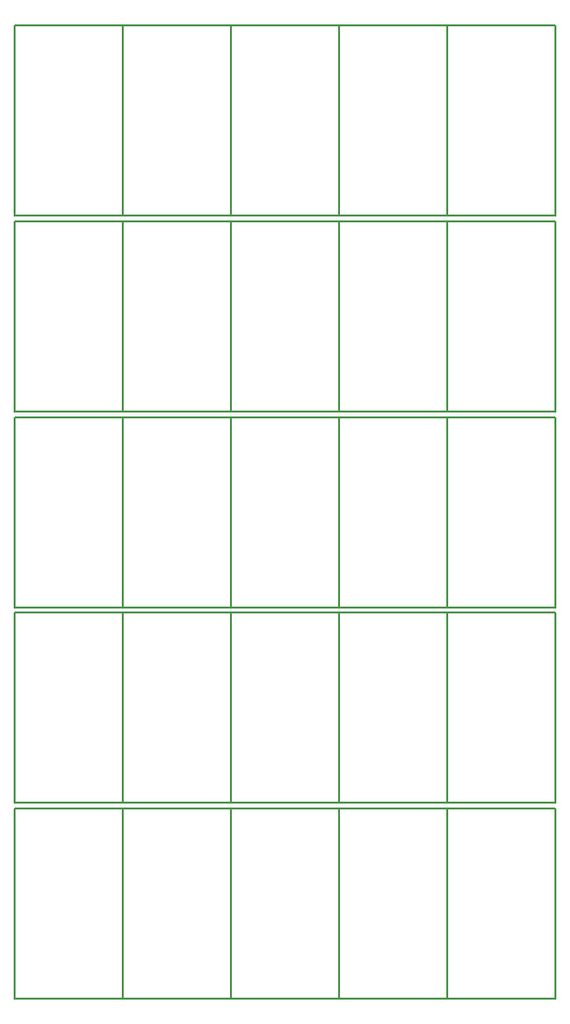
<source format=gbr>
G04 #@! TF.FileFunction,Profile,NP*
%FSLAX46Y46*%
G04 Gerber Fmt 4.6, Leading zero omitted, Abs format (unit mm)*
G04 Created by KiCad (PCBNEW 4.0.2+dfsg1-stable) date Mi 03 Jan 2018 18:02:16 CET*
%MOMM*%
G01*
G04 APERTURE LIST*
%ADD10C,0.100000*%
%ADD11C,0.150000*%
G04 APERTURE END LIST*
D10*
D11*
X147100000Y-128600000D02*
X147100000Y-117100000D01*
X137700000Y-128600000D02*
X137700000Y-117100000D01*
X128300000Y-128600000D02*
X128300000Y-117100000D01*
X118900000Y-128600000D02*
X118900000Y-117100000D01*
X109500000Y-128600000D02*
X109500000Y-117100000D01*
X147100000Y-111600000D02*
X147100000Y-100100000D01*
X137700000Y-111600000D02*
X137700000Y-100100000D01*
X128300000Y-111600000D02*
X128300000Y-100100000D01*
X118900000Y-111600000D02*
X118900000Y-100100000D01*
X109500000Y-111600000D02*
X109500000Y-100100000D01*
X147100000Y-94600000D02*
X147100000Y-83100000D01*
X137700000Y-94600000D02*
X137700000Y-83100000D01*
X128300000Y-94600000D02*
X128300000Y-83100000D01*
X118900000Y-94600000D02*
X118900000Y-83100000D01*
X109500000Y-94600000D02*
X109500000Y-83100000D01*
X147100000Y-77600000D02*
X147100000Y-66100000D01*
X137700000Y-77600000D02*
X137700000Y-66100000D01*
X128300000Y-77600000D02*
X128300000Y-66100000D01*
X118900000Y-77600000D02*
X118900000Y-66100000D01*
X109500000Y-77600000D02*
X109500000Y-66100000D01*
X147100000Y-60600000D02*
X147100000Y-49100000D01*
X137700000Y-60600000D02*
X137700000Y-49100000D01*
X128300000Y-60600000D02*
X128300000Y-49100000D01*
X118900000Y-60600000D02*
X118900000Y-49100000D01*
X137700000Y-133600000D02*
X147100000Y-133600000D01*
X128300000Y-133600000D02*
X137700000Y-133600000D01*
X118900000Y-133600000D02*
X128300000Y-133600000D01*
X109500000Y-133600000D02*
X118900000Y-133600000D01*
X100100000Y-133600000D02*
X109500000Y-133600000D01*
X137700000Y-116600000D02*
X147100000Y-116600000D01*
X128300000Y-116600000D02*
X137700000Y-116600000D01*
X118900000Y-116600000D02*
X128300000Y-116600000D01*
X109500000Y-116600000D02*
X118900000Y-116600000D01*
X100100000Y-116600000D02*
X109500000Y-116600000D01*
X137700000Y-99600000D02*
X147100000Y-99600000D01*
X128300000Y-99600000D02*
X137700000Y-99600000D01*
X118900000Y-99600000D02*
X128300000Y-99600000D01*
X109500000Y-99600000D02*
X118900000Y-99600000D01*
X100100000Y-99600000D02*
X109500000Y-99600000D01*
X137700000Y-82600000D02*
X147100000Y-82600000D01*
X128300000Y-82600000D02*
X137700000Y-82600000D01*
X118900000Y-82600000D02*
X128300000Y-82600000D01*
X109500000Y-82600000D02*
X118900000Y-82600000D01*
X100100000Y-82600000D02*
X109500000Y-82600000D01*
X137700000Y-65600000D02*
X147100000Y-65600000D01*
X128300000Y-65600000D02*
X137700000Y-65600000D01*
X118900000Y-65600000D02*
X128300000Y-65600000D01*
X109500000Y-65600000D02*
X118900000Y-65600000D01*
X137700000Y-128600000D02*
X137700000Y-133600000D01*
X128300000Y-128600000D02*
X128300000Y-133600000D01*
X118900000Y-128600000D02*
X118900000Y-133600000D01*
X109500000Y-128600000D02*
X109500000Y-133600000D01*
X100100000Y-128600000D02*
X100100000Y-133600000D01*
X137700000Y-111600000D02*
X137700000Y-116600000D01*
X128300000Y-111600000D02*
X128300000Y-116600000D01*
X118900000Y-111600000D02*
X118900000Y-116600000D01*
X109500000Y-111600000D02*
X109500000Y-116600000D01*
X100100000Y-111600000D02*
X100100000Y-116600000D01*
X137700000Y-94600000D02*
X137700000Y-99600000D01*
X128300000Y-94600000D02*
X128300000Y-99600000D01*
X118900000Y-94600000D02*
X118900000Y-99600000D01*
X109500000Y-94600000D02*
X109500000Y-99600000D01*
X100100000Y-94600000D02*
X100100000Y-99600000D01*
X137700000Y-77600000D02*
X137700000Y-82600000D01*
X128300000Y-77600000D02*
X128300000Y-82600000D01*
X118900000Y-77600000D02*
X118900000Y-82600000D01*
X109500000Y-77600000D02*
X109500000Y-82600000D01*
X100100000Y-77600000D02*
X100100000Y-82600000D01*
X137700000Y-60600000D02*
X137700000Y-65600000D01*
X128300000Y-60600000D02*
X128300000Y-65600000D01*
X118900000Y-60600000D02*
X118900000Y-65600000D01*
X109500000Y-60600000D02*
X109500000Y-65600000D01*
X147100000Y-133600000D02*
X147100000Y-128600000D01*
X137700000Y-133600000D02*
X137700000Y-128600000D01*
X128300000Y-133600000D02*
X128300000Y-128600000D01*
X118900000Y-133600000D02*
X118900000Y-128600000D01*
X109500000Y-133600000D02*
X109500000Y-128600000D01*
X147100000Y-116600000D02*
X147100000Y-111600000D01*
X137700000Y-116600000D02*
X137700000Y-111600000D01*
X128300000Y-116600000D02*
X128300000Y-111600000D01*
X118900000Y-116600000D02*
X118900000Y-111600000D01*
X109500000Y-116600000D02*
X109500000Y-111600000D01*
X147100000Y-99600000D02*
X147100000Y-94600000D01*
X137700000Y-99600000D02*
X137700000Y-94600000D01*
X128300000Y-99600000D02*
X128300000Y-94600000D01*
X118900000Y-99600000D02*
X118900000Y-94600000D01*
X109500000Y-99600000D02*
X109500000Y-94600000D01*
X147100000Y-82600000D02*
X147100000Y-77600000D01*
X137700000Y-82600000D02*
X137700000Y-77600000D01*
X128300000Y-82600000D02*
X128300000Y-77600000D01*
X118900000Y-82600000D02*
X118900000Y-77600000D01*
X109500000Y-82600000D02*
X109500000Y-77600000D01*
X147100000Y-65600000D02*
X147100000Y-60600000D01*
X137700000Y-65600000D02*
X137700000Y-60600000D01*
X128300000Y-65600000D02*
X128300000Y-60600000D01*
X118900000Y-65600000D02*
X118900000Y-60600000D01*
X147100000Y-117100000D02*
X137700000Y-117100000D01*
X137700000Y-117100000D02*
X128300000Y-117100000D01*
X128300000Y-117100000D02*
X118900000Y-117100000D01*
X118900000Y-117100000D02*
X109500000Y-117100000D01*
X109500000Y-117100000D02*
X100100000Y-117100000D01*
X147100000Y-100100000D02*
X137700000Y-100100000D01*
X137700000Y-100100000D02*
X128300000Y-100100000D01*
X128300000Y-100100000D02*
X118900000Y-100100000D01*
X118900000Y-100100000D02*
X109500000Y-100100000D01*
X109500000Y-100100000D02*
X100100000Y-100100000D01*
X147100000Y-83100000D02*
X137700000Y-83100000D01*
X137700000Y-83100000D02*
X128300000Y-83100000D01*
X128300000Y-83100000D02*
X118900000Y-83100000D01*
X118900000Y-83100000D02*
X109500000Y-83100000D01*
X109500000Y-83100000D02*
X100100000Y-83100000D01*
X147100000Y-66100000D02*
X137700000Y-66100000D01*
X137700000Y-66100000D02*
X128300000Y-66100000D01*
X128300000Y-66100000D02*
X118900000Y-66100000D01*
X118900000Y-66100000D02*
X109500000Y-66100000D01*
X109500000Y-66100000D02*
X100100000Y-66100000D01*
X147100000Y-49100000D02*
X137700000Y-49100000D01*
X137700000Y-49100000D02*
X128300000Y-49100000D01*
X128300000Y-49100000D02*
X118900000Y-49100000D01*
X118900000Y-49100000D02*
X109500000Y-49100000D01*
X137700000Y-117100000D02*
X137700000Y-128600000D01*
X128300000Y-117100000D02*
X128300000Y-128600000D01*
X118900000Y-117100000D02*
X118900000Y-128600000D01*
X109500000Y-117100000D02*
X109500000Y-128600000D01*
X100100000Y-117100000D02*
X100100000Y-128600000D01*
X137700000Y-100100000D02*
X137700000Y-111600000D01*
X128300000Y-100100000D02*
X128300000Y-111600000D01*
X118900000Y-100100000D02*
X118900000Y-111600000D01*
X109500000Y-100100000D02*
X109500000Y-111600000D01*
X100100000Y-100100000D02*
X100100000Y-111600000D01*
X137700000Y-83100000D02*
X137700000Y-94600000D01*
X128300000Y-83100000D02*
X128300000Y-94600000D01*
X118900000Y-83100000D02*
X118900000Y-94600000D01*
X109500000Y-83100000D02*
X109500000Y-94600000D01*
X100100000Y-83100000D02*
X100100000Y-94600000D01*
X137700000Y-66100000D02*
X137700000Y-77600000D01*
X128300000Y-66100000D02*
X128300000Y-77600000D01*
X118900000Y-66100000D02*
X118900000Y-77600000D01*
X109500000Y-66100000D02*
X109500000Y-77600000D01*
X100100000Y-66100000D02*
X100100000Y-77600000D01*
X137700000Y-49100000D02*
X137700000Y-60600000D01*
X128300000Y-49100000D02*
X128300000Y-60600000D01*
X118900000Y-49100000D02*
X118900000Y-60600000D01*
X109500000Y-49100000D02*
X109500000Y-60600000D01*
X109500000Y-65600000D02*
X109500000Y-60600000D01*
X100100000Y-65600000D02*
X109500000Y-65600000D01*
X100100000Y-60600000D02*
X100100000Y-65600000D01*
X109500000Y-49100000D02*
X100100000Y-49100000D01*
X109500000Y-60600000D02*
X109500000Y-49100000D01*
X100100000Y-49100000D02*
X100100000Y-60600000D01*
M02*

</source>
